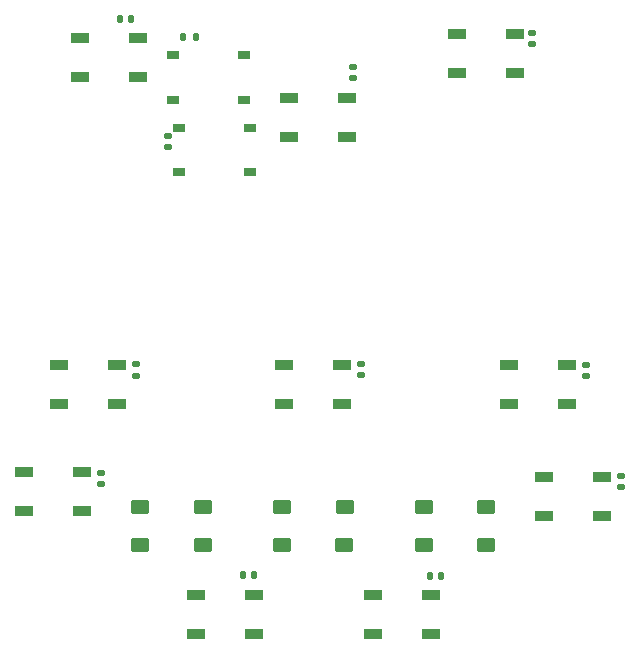
<source format=gbr>
%TF.GenerationSoftware,KiCad,Pcbnew,(7.0.0-0)*%
%TF.CreationDate,2023-04-23T04:20:55-05:00*%
%TF.ProjectId,RP2040_minimal,52503230-3430-45f6-9d69-6e696d616c2e,REV1*%
%TF.SameCoordinates,Original*%
%TF.FileFunction,Paste,Bot*%
%TF.FilePolarity,Positive*%
%FSLAX46Y46*%
G04 Gerber Fmt 4.6, Leading zero omitted, Abs format (unit mm)*
G04 Created by KiCad (PCBNEW (7.0.0-0)) date 2023-04-23 04:20:55*
%MOMM*%
%LPD*%
G01*
G04 APERTURE LIST*
G04 Aperture macros list*
%AMRoundRect*
0 Rectangle with rounded corners*
0 $1 Rounding radius*
0 $2 $3 $4 $5 $6 $7 $8 $9 X,Y pos of 4 corners*
0 Add a 4 corners polygon primitive as box body*
4,1,4,$2,$3,$4,$5,$6,$7,$8,$9,$2,$3,0*
0 Add four circle primitives for the rounded corners*
1,1,$1+$1,$2,$3*
1,1,$1+$1,$4,$5*
1,1,$1+$1,$6,$7*
1,1,$1+$1,$8,$9*
0 Add four rect primitives between the rounded corners*
20,1,$1+$1,$2,$3,$4,$5,0*
20,1,$1+$1,$4,$5,$6,$7,0*
20,1,$1+$1,$6,$7,$8,$9,0*
20,1,$1+$1,$8,$9,$2,$3,0*%
G04 Aperture macros list end*
%ADD10RoundRect,0.300000X0.500000X0.300000X-0.500000X0.300000X-0.500000X-0.300000X0.500000X-0.300000X0*%
%ADD11R,1.500000X0.900000*%
%ADD12RoundRect,0.140000X-0.170000X0.140000X-0.170000X-0.140000X0.170000X-0.140000X0.170000X0.140000X0*%
%ADD13RoundRect,0.140000X0.140000X0.170000X-0.140000X0.170000X-0.140000X-0.170000X0.140000X-0.170000X0*%
%ADD14R,1.000000X0.750000*%
%ADD15RoundRect,0.135000X0.135000X0.185000X-0.135000X0.185000X-0.135000X-0.185000X0.135000X-0.185000X0*%
%ADD16RoundRect,0.140000X0.170000X-0.140000X0.170000X0.140000X-0.170000X0.140000X-0.170000X-0.140000X0*%
%ADD17RoundRect,0.140000X-0.140000X-0.170000X0.140000X-0.170000X0.140000X0.170000X-0.140000X0.170000X0*%
G04 APERTURE END LIST*
D10*
%TO.C,SW4*%
X14650000Y-17400000D03*
X9375000Y-17400000D03*
X14625000Y-20600000D03*
X9375000Y-20600000D03*
%TD*%
D11*
%TO.C,D10*%
X-14819999Y22319999D03*
X-14819999Y19019999D03*
X-19719999Y19019999D03*
X-19719999Y22319999D03*
%TD*%
D12*
%TO.C,C29*%
X-18000000Y-14470000D03*
X-18000000Y-15430000D03*
%TD*%
D13*
%TO.C,C30*%
X-15400000Y23910000D03*
X-16360000Y23910000D03*
%TD*%
D10*
%TO.C,SW3*%
X-9350000Y-17400000D03*
X-14625000Y-17400000D03*
X-9375000Y-20600000D03*
X-14625000Y-20600000D03*
%TD*%
D14*
%TO.C,SW2*%
X-5339999Y14734999D03*
X-11339999Y14734999D03*
X-5339999Y10984999D03*
X-11339999Y10984999D03*
%TD*%
D12*
%TO.C,C23*%
X23070000Y-5350000D03*
X23070000Y-6310000D03*
%TD*%
D11*
%TO.C,D1*%
X-16599999Y-5349999D03*
X-16599999Y-8649999D03*
X-21499999Y-8649999D03*
X-21499999Y-5349999D03*
%TD*%
D12*
%TO.C,C21*%
X-15000000Y-5320000D03*
X-15000000Y-6280000D03*
%TD*%
%TO.C,C25*%
X18560000Y22750000D03*
X18560000Y21790000D03*
%TD*%
D14*
%TO.C,SW1*%
X-5849999Y20854999D03*
X-11849999Y20854999D03*
X-5849999Y17104999D03*
X-11849999Y17104999D03*
%TD*%
D12*
%TO.C,C22*%
X4030000Y-5290000D03*
X4030000Y-6250000D03*
%TD*%
D13*
%TO.C,C28*%
X-5010000Y-23170000D03*
X-5970000Y-23170000D03*
%TD*%
D11*
%TO.C,D3*%
X21499999Y-5349999D03*
X21499999Y-8649999D03*
X16599999Y-8649999D03*
X16599999Y-5349999D03*
%TD*%
D15*
%TO.C,R4*%
X-9965000Y22375000D03*
X-10985000Y22375000D03*
%TD*%
D11*
%TO.C,D2*%
X2449999Y-5349999D03*
X2449999Y-8649999D03*
X-2449999Y-8649999D03*
X-2449999Y-5349999D03*
%TD*%
D12*
%TO.C,C26*%
X26045000Y-14745000D03*
X26045000Y-15705000D03*
%TD*%
D10*
%TO.C,SW5*%
X2650000Y-17400000D03*
X-2625000Y-17400000D03*
X2625000Y-20600000D03*
X-2625000Y-20600000D03*
%TD*%
D11*
%TO.C,D4*%
X2879999Y17259999D03*
X2879999Y13959999D03*
X-2019999Y13959999D03*
X-2019999Y17259999D03*
%TD*%
D16*
%TO.C,C24*%
X3360000Y18920000D03*
X3360000Y19880000D03*
%TD*%
D12*
%TO.C,C11*%
X-12290000Y14030000D03*
X-12290000Y13070000D03*
%TD*%
D11*
%TO.C,D8*%
X-5049999Y-24849999D03*
X-5049999Y-28149999D03*
X-9949999Y-28149999D03*
X-9949999Y-24849999D03*
%TD*%
%TO.C,D9*%
X-19579999Y-14449999D03*
X-19579999Y-17749999D03*
X-24479999Y-17749999D03*
X-24479999Y-14449999D03*
%TD*%
%TO.C,D6*%
X24474999Y-14854999D03*
X24474999Y-18154999D03*
X19574999Y-18154999D03*
X19574999Y-14854999D03*
%TD*%
%TO.C,D7*%
X9949999Y-24849999D03*
X9949999Y-28149999D03*
X5049999Y-28149999D03*
X5049999Y-24849999D03*
%TD*%
%TO.C,D5*%
X17059999Y22629999D03*
X17059999Y19329999D03*
X12159999Y19329999D03*
X12159999Y22629999D03*
%TD*%
D17*
%TO.C,C27*%
X9890000Y-23200000D03*
X10850000Y-23200000D03*
%TD*%
M02*

</source>
